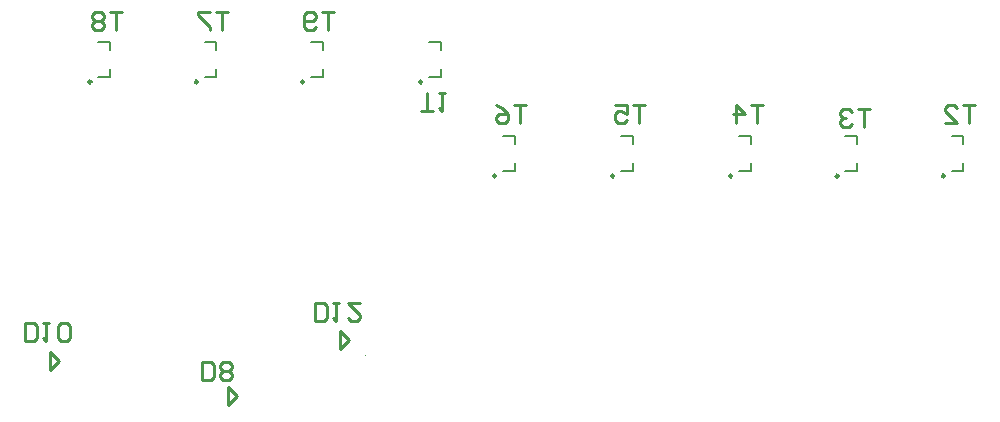
<source format=gbr>
%TF.GenerationSoftware,Altium Limited,Altium Designer,18.1.7 (191)*%
G04 Layer_Color=32896*
%FSLAX26Y26*%
%MOIN*%
%TF.FileFunction,Legend,Bot*%
%TF.Part,Single*%
G01*
G75*
%TA.AperFunction,NonConductor*%
%ADD30C,0.009842*%
%ADD31C,0.003937*%
%ADD32C,0.007874*%
%ADD33C,0.010000*%
D30*
X1736281Y3537401D02*
G03*
X1736281Y3537401I-4921J0D01*
G01*
X4226415Y3224076D02*
G03*
X4226415Y3224076I-4921J0D01*
G01*
X3872084D02*
G03*
X3872084Y3224076I-4921J0D01*
G01*
X3517754D02*
G03*
X3517754Y3224076I-4921J0D01*
G01*
X3124053D02*
G03*
X3124053Y3224076I-4921J0D01*
G01*
X2730352D02*
G03*
X2730352Y3224076I-4921J0D01*
G01*
X2484312Y3537401D02*
G03*
X2484312Y3537401I-4921J0D01*
G01*
X2090611D02*
G03*
X2090611Y3537401I-4921J0D01*
G01*
X1381950D02*
G03*
X1381950Y3537401I-4921J0D01*
G01*
D31*
X2296186Y2627165D02*
G03*
X2296186Y2627165I-792J0D01*
G01*
X1921186Y2440157D02*
G03*
X1921186Y2440157I-792J0D01*
G01*
X1330635Y2558268D02*
G03*
X1330635Y2558268I-792J0D01*
G01*
D32*
X1758919Y3553150D02*
X1798289D01*
Y3580709D01*
X1758919Y3671260D02*
X1798289D01*
Y3643701D02*
Y3671260D01*
X4249053Y3239824D02*
X4288423D01*
Y3267383D01*
X4249053Y3357935D02*
X4288423D01*
Y3330376D02*
Y3357935D01*
X3894722Y3239824D02*
X3934092D01*
Y3267383D01*
X3894722Y3357935D02*
X3934092D01*
Y3330376D02*
Y3357935D01*
X3540392Y3239824D02*
X3579762D01*
Y3267383D01*
X3540392Y3357935D02*
X3579762D01*
Y3330376D02*
Y3357935D01*
X3146691Y3239824D02*
X3186061D01*
Y3267383D01*
X3146691Y3357935D02*
X3186061D01*
Y3330376D02*
Y3357935D01*
X2752990Y3239824D02*
X2792360D01*
Y3267383D01*
X2752990Y3357935D02*
X2792360D01*
Y3330376D02*
Y3357935D01*
X2506950Y3553150D02*
X2546320D01*
Y3580709D01*
X2506950Y3671260D02*
X2546320D01*
Y3643701D02*
Y3671260D01*
X2113249Y3553150D02*
X2152619D01*
Y3580709D01*
X2113249Y3671260D02*
X2152619D01*
Y3643701D02*
Y3671260D01*
X1404588Y3553150D02*
X1443958D01*
Y3580709D01*
X1404588Y3671260D02*
X1443958D01*
Y3643701D02*
Y3671260D01*
D33*
X2210394Y2652165D02*
Y2707165D01*
X2240394Y2677165D01*
X2210394Y2647165D02*
X2240394Y2677165D01*
X2210394Y2647165D02*
Y2652165D01*
X1835394Y2465157D02*
Y2520157D01*
X1865394Y2490157D01*
X1835394Y2460157D02*
X1865394Y2490157D01*
X1835394Y2460157D02*
Y2465157D01*
X1244842Y2583268D02*
Y2638268D01*
X1274842Y2608268D01*
X1244842Y2578268D02*
X1274842Y2608268D01*
X1244842Y2578268D02*
Y2583268D01*
X2191465Y3772185D02*
X2151477D01*
X2171471D01*
Y3712205D01*
X2131484Y3722202D02*
X2121487Y3712205D01*
X2101494D01*
X2091497Y3722202D01*
Y3762189D01*
X2101494Y3772185D01*
X2121487D01*
X2131484Y3762189D01*
Y3752192D01*
X2121487Y3742195D01*
X2091497D01*
X1483465Y3772185D02*
X1443477D01*
X1463471D01*
Y3712205D01*
X1423484Y3762189D02*
X1413487Y3772185D01*
X1393494D01*
X1383497Y3762189D01*
Y3752192D01*
X1393494Y3742195D01*
X1383497Y3732198D01*
Y3722202D01*
X1393494Y3712205D01*
X1413487D01*
X1423484Y3722202D01*
Y3732198D01*
X1413487Y3742195D01*
X1423484Y3752192D01*
Y3762189D01*
X1413487Y3742195D02*
X1393494D01*
X1837465Y3772185D02*
X1797477D01*
X1817471D01*
Y3712205D01*
X1777484Y3772185D02*
X1737497D01*
Y3762189D01*
X1777484Y3722202D01*
Y3712205D01*
X2831465Y3459185D02*
X2791477D01*
X2811471D01*
Y3399205D01*
X2731497Y3459185D02*
X2751490Y3449189D01*
X2771484Y3429195D01*
Y3409202D01*
X2761487Y3399205D01*
X2741494D01*
X2731497Y3409202D01*
Y3419198D01*
X2741494Y3429195D01*
X2771484D01*
X3225465Y3459185D02*
X3185477D01*
X3205471D01*
Y3399205D01*
X3125497Y3459185D02*
X3165484D01*
Y3429195D01*
X3145490Y3439192D01*
X3135494D01*
X3125497Y3429195D01*
Y3409202D01*
X3135494Y3399205D01*
X3155487D01*
X3165484Y3409202D01*
X3619465Y3459185D02*
X3579477D01*
X3599471D01*
Y3399205D01*
X3529494D02*
Y3459185D01*
X3559484Y3429195D01*
X3519497D01*
X3976378Y3445807D02*
X3936391D01*
X3956385D01*
Y3385827D01*
X3916397Y3435811D02*
X3906401Y3445807D01*
X3886407D01*
X3876410Y3435811D01*
Y3425814D01*
X3886407Y3415817D01*
X3896404D01*
X3886407D01*
X3876410Y3405820D01*
Y3395823D01*
X3886407Y3385827D01*
X3906401D01*
X3916397Y3395823D01*
X4327465Y3459185D02*
X4287477D01*
X4307471D01*
Y3399205D01*
X4227497D02*
X4267484D01*
X4227497Y3439192D01*
Y3449189D01*
X4237494Y3459185D01*
X4257487D01*
X4267484Y3449189D01*
X2479391Y3439035D02*
X2519378D01*
X2499384D01*
Y3499016D01*
X2539371D02*
X2559365D01*
X2549368D01*
Y3439035D01*
X2539371Y3449032D01*
X2126969Y2741200D02*
Y2801181D01*
X2156959D01*
X2166956Y2791184D01*
Y2751197D01*
X2156959Y2741200D01*
X2126969D01*
X2186949Y2801181D02*
X2206943D01*
X2196946D01*
Y2741200D01*
X2186949Y2751197D01*
X2276920Y2801181D02*
X2236933D01*
X2276920Y2761194D01*
Y2751197D01*
X2266923Y2741200D01*
X2246930D01*
X2236933Y2751197D01*
X1161417Y2672303D02*
Y2732283D01*
X1191408D01*
X1201404Y2722287D01*
Y2682300D01*
X1191408Y2672303D01*
X1161417D01*
X1221398Y2732283D02*
X1241391D01*
X1231395D01*
Y2672303D01*
X1221398Y2682300D01*
X1271382D02*
X1281379Y2672303D01*
X1301372D01*
X1311369Y2682300D01*
Y2722287D01*
X1301372Y2732283D01*
X1281379D01*
X1271382Y2722287D01*
Y2682300D01*
X1751968Y2542381D02*
Y2602362D01*
X1781959D01*
X1791956Y2592365D01*
Y2552378D01*
X1781959Y2542381D01*
X1751968D01*
X1811949Y2552378D02*
X1821946Y2542381D01*
X1841939D01*
X1851936Y2552378D01*
Y2562375D01*
X1841939Y2572372D01*
X1851936Y2582369D01*
Y2592365D01*
X1841939Y2602362D01*
X1821946D01*
X1811949Y2592365D01*
Y2582369D01*
X1821946Y2572372D01*
X1811949Y2562375D01*
Y2552378D01*
X1821946Y2572372D02*
X1841939D01*
%TF.MD5,ca89c9b1a4494b5d20c56daed23730a1*%
M02*

</source>
